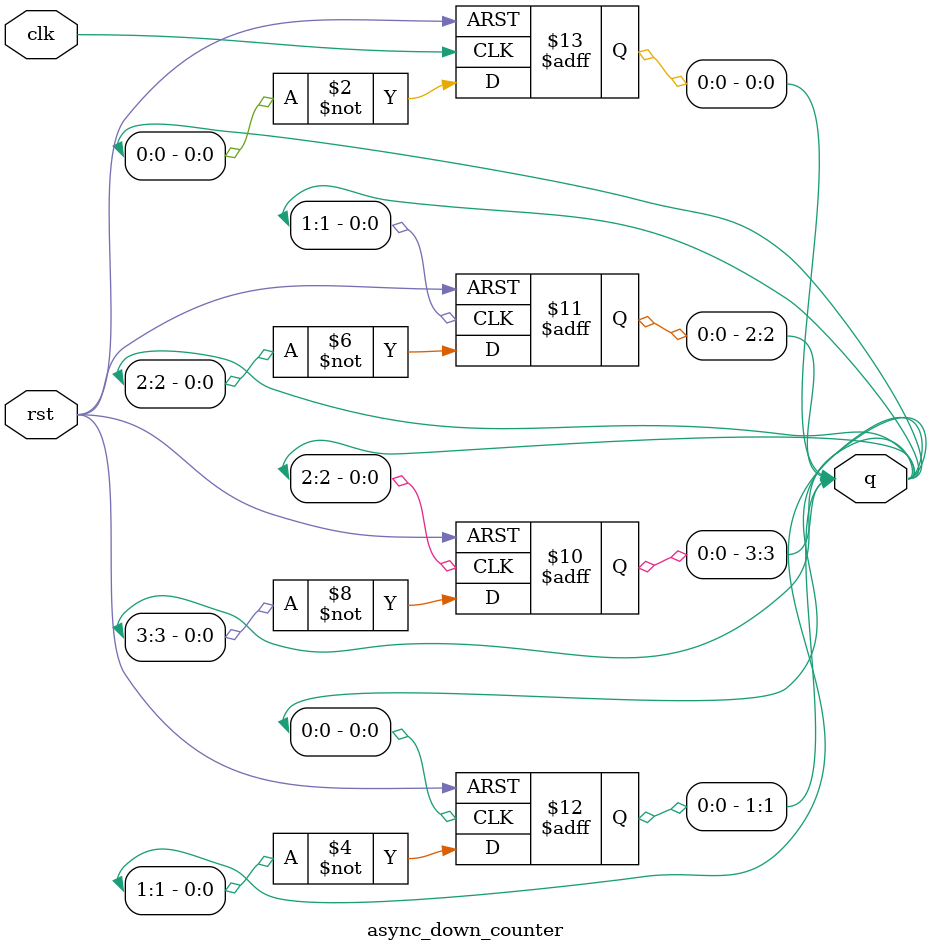
<source format=v>
module async_down_counter (
    input clk,
    input rst,
    output reg [3:0] q
);

    initial q <= 4'b1111;   

    always @(posedge clk or posedge rst) begin
        if (rst)
            q[0] <= 1'b1;             
        else
            q[0] <= ~q[0];          
    end

    always @(posedge q[0] or posedge rst) begin
        if (rst)
            q[1] <= 1'b1;
        else
            q[1] <= ~q[1];
    end

    always @(posedge q[1] or posedge rst) begin
        if (rst)
            q[2] <= 1'b1;
        else
            q[2] <= ~q[2];
    end

    always @(posedge q[2] or posedge rst) begin
        if (rst)
            q[3] <= 1'b1;
        else
            q[3] <= ~q[3];
    end

endmodule

</source>
